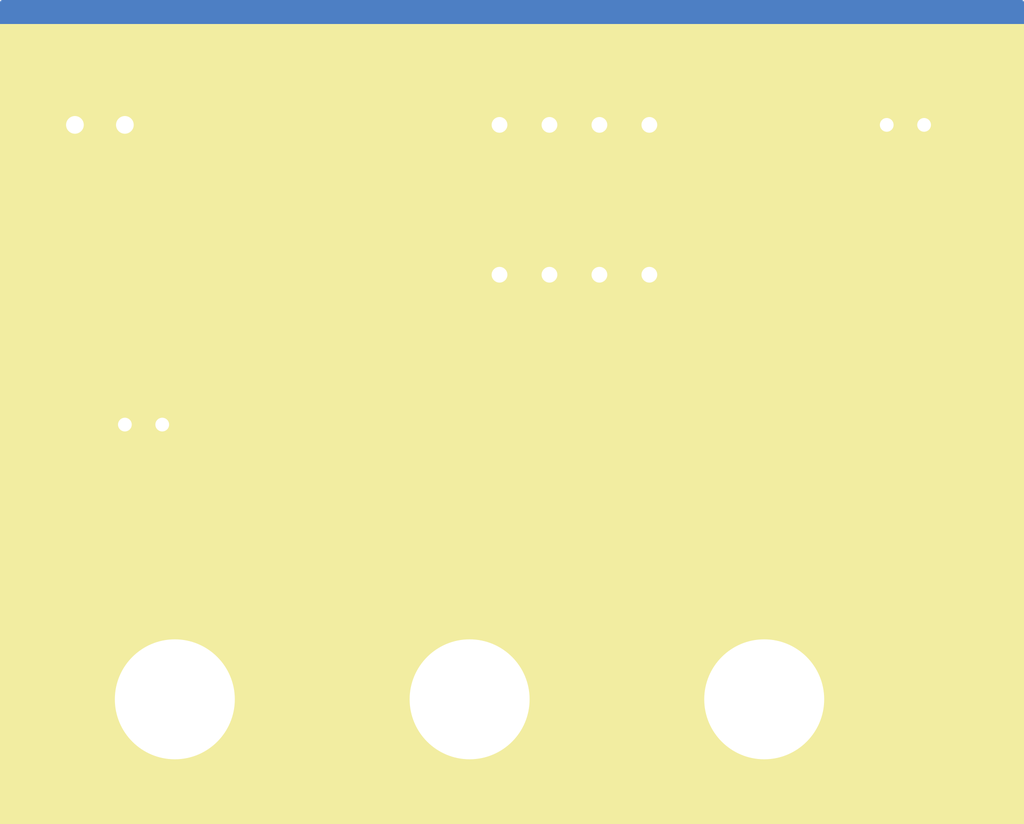
<source format=kicad_pcb>
(kicad_pcb (version 20171130) (host pcbnew 5.1.5+dfsg1-2build2)

  (general
    (thickness 1.6)
    (drawings 1)
    (tracks 21)
    (zones 0)
    (modules 5)
    (nets 11)
  )

  (page A4)
  (title_block
    (title Tutorial1)
  )

  (layers
    (0 F.Cu signal)
    (31 B.Cu signal)
    (32 B.Adhes user)
    (33 F.Adhes user)
    (34 B.Paste user)
    (35 F.Paste user)
    (36 B.SilkS user)
    (37 F.SilkS user hide)
    (38 B.Mask user)
    (39 F.Mask user)
    (40 Dwgs.User user)
    (41 Cmts.User user)
    (42 Eco1.User user)
    (43 Eco2.User user)
    (44 Edge.Cuts user)
    (45 Margin user)
    (46 B.CrtYd user)
    (47 F.CrtYd user)
    (48 B.Fab user)
    (49 F.Fab user)
  )

  (setup
    (last_trace_width 0.25)
    (trace_clearance 0.2)
    (zone_clearance 0.508)
    (zone_45_only no)
    (trace_min 0.25)
    (via_size 0.8)
    (via_drill 0.4)
    (via_min_size 0.4)
    (via_min_drill 0.3)
    (uvia_size 0.3)
    (uvia_drill 0.1)
    (uvias_allowed no)
    (uvia_min_size 0.2)
    (uvia_min_drill 0.1)
    (edge_width 0.05)
    (segment_width 0.2)
    (pcb_text_width 0.3)
    (pcb_text_size 1.5 1.5)
    (mod_edge_width 0.12)
    (mod_text_size 1 1)
    (mod_text_width 0.15)
    (pad_size 1.524 1.524)
    (pad_drill 0.762)
    (pad_to_mask_clearance 0.051)
    (solder_mask_min_width 0.25)
    (aux_axis_origin 0 0)
    (visible_elements FFFFFF7F)
    (pcbplotparams
      (layerselection 0x010fc_ffffffff)
      (usegerberextensions false)
      (usegerberattributes false)
      (usegerberadvancedattributes false)
      (creategerberjobfile false)
      (excludeedgelayer true)
      (linewidth 0.100000)
      (plotframeref false)
      (viasonmask false)
      (mode 1)
      (useauxorigin false)
      (hpglpennumber 1)
      (hpglpenspeed 20)
      (hpglpendiameter 15.000000)
      (psnegative false)
      (psa4output false)
      (plotreference true)
      (plotvalue true)
      (plotinvisibletext false)
      (padsonsilk false)
      (subtractmaskfromsilk false)
      (outputformat 1)
      (mirror false)
      (drillshape 1)
      (scaleselection 1)
      (outputdirectory ""))
  )

  (net 0 "")
  (net 1 /uCtoLED)
  (net 2 /LEDtoR)
  (net 3 VCC)
  (net 4 GND)
  (net 5 /INPUTtoR)
  (net 6 /INPUT)
  (net 7 "Net-(U1-Pad5)")
  (net 8 "Net-(U1-Pad2)")
  (net 9 "Net-(U1-Pad3)")
  (net 10 "Net-(U1-Pad4)")

  (net_class Default "Esta es la clase de red por defecto."
    (clearance 0.2)
    (trace_width 0.25)
    (via_dia 0.8)
    (via_drill 0.4)
    (uvia_dia 0.3)
    (uvia_drill 0.1)
    (add_net /INPUT)
    (add_net /INPUTtoR)
    (add_net /LEDtoR)
    (add_net /uCtoLED)
    (add_net GND)
    (add_net "Net-(U1-Pad2)")
    (add_net "Net-(U1-Pad3)")
    (add_net "Net-(U1-Pad4)")
    (add_net "Net-(U1-Pad5)")
    (add_net VCC)
  )

  (module LED_THT:LED_D5.0mm (layer F.Cu) (tedit 5995936A) (tstamp 626165D7)
    (at 129.54 86.36)
    (descr "LED, diameter 5.0mm, 2 pins, http://cdn-reichelt.de/documents/datenblatt/A500/LL-504BC2E-009.pdf")
    (tags "LED diameter 5.0mm 2 pins")
    (path /6261E38E)
    (fp_text reference D1 (at 1.27 -3.96) (layer F.SilkS)
      (effects (font (size 1 1) (thickness 0.15)))
    )
    (fp_text value LED (at 1.27 3.96) (layer F.Fab)
      (effects (font (size 1 1) (thickness 0.15)))
    )
    (fp_arc (start 1.27 0) (end -1.23 -1.469694) (angle 299.1) (layer F.Fab) (width 0.1))
    (fp_arc (start 1.27 0) (end -1.29 -1.54483) (angle 148.9) (layer F.SilkS) (width 0.12))
    (fp_arc (start 1.27 0) (end -1.29 1.54483) (angle -148.9) (layer F.SilkS) (width 0.12))
    (fp_circle (center 1.27 0) (end 3.77 0) (layer F.Fab) (width 0.1))
    (fp_circle (center 1.27 0) (end 3.77 0) (layer F.SilkS) (width 0.12))
    (fp_line (start -1.23 -1.469694) (end -1.23 1.469694) (layer F.Fab) (width 0.1))
    (fp_line (start -1.29 -1.545) (end -1.29 1.545) (layer F.SilkS) (width 0.12))
    (fp_line (start -1.95 -3.25) (end -1.95 3.25) (layer F.CrtYd) (width 0.05))
    (fp_line (start -1.95 3.25) (end 4.5 3.25) (layer F.CrtYd) (width 0.05))
    (fp_line (start 4.5 3.25) (end 4.5 -3.25) (layer F.CrtYd) (width 0.05))
    (fp_line (start 4.5 -3.25) (end -1.95 -3.25) (layer F.CrtYd) (width 0.05))
    (fp_text user %R (at 1.25 0) (layer F.Fab)
      (effects (font (size 0.8 0.8) (thickness 0.2)))
    )
    (pad 1 thru_hole rect (at 0 0) (size 1.8 1.8) (drill 0.9) (layers *.Cu *.Mask)
      (net 1 /uCtoLED))
    (pad 2 thru_hole circle (at 2.54 0) (size 1.8 1.8) (drill 0.9) (layers *.Cu *.Mask)
      (net 2 /LEDtoR))
    (model ${KISYS3DMOD}/LED_THT.3dshapes/LED_D5.0mm.wrl
      (at (xyz 0 0 0))
      (scale (xyz 1 1 1))
      (rotate (xyz 0 0 0))
    )
  )

  (module Connector:Banana_Jack_3Pin (layer F.Cu) (tedit 5A1AB217) (tstamp 626165ED)
    (at 134.62 115.57)
    (descr "Triple banana socket, footprint - 3 x 6mm drills")
    (tags "banana socket")
    (path /626348D8)
    (fp_text reference J1 (at 7.75 -6.25) (layer F.SilkS)
      (effects (font (size 1 1) (thickness 0.15)))
    )
    (fp_text value MYCONN3 (at 22.5 -6.25) (layer F.Fab)
      (effects (font (size 1 1) (thickness 0.15)))
    )
    (fp_text user %R (at 14.99 0) (layer F.Fab)
      (effects (font (size 0.8 0.8) (thickness 0.12)))
    )
    (fp_line (start 30 5.5) (end 0 5.5) (layer F.CrtYd) (width 0.05))
    (fp_line (start 0 -5.5) (end 30 -5.5) (layer F.CrtYd) (width 0.05))
    (fp_line (start 0 5.25) (end 30 5.25) (layer F.SilkS) (width 0.12))
    (fp_line (start 30 -5.25) (end 0 -5.25) (layer F.SilkS) (width 0.12))
    (fp_circle (center 30 0) (end 30 -2) (layer F.Fab) (width 0.1))
    (fp_circle (center 30 0) (end 30 -4.75) (layer F.Fab) (width 0.1))
    (fp_circle (center 15 0) (end 19.75 0) (layer F.Fab) (width 0.1))
    (fp_circle (center 15 0) (end 17 0) (layer F.Fab) (width 0.1))
    (fp_circle (center 0 0) (end 4.75 0) (layer F.Fab) (width 0.1))
    (fp_circle (center 0 0) (end 2 0) (layer F.Fab) (width 0.1))
    (fp_arc (start 0 0) (end 0 5.5) (angle 180) (layer F.CrtYd) (width 0.05))
    (fp_arc (start 30 0) (end 30 -5.5) (angle 180) (layer F.CrtYd) (width 0.05))
    (fp_arc (start 30 0) (end 30 -5.25) (angle 180) (layer F.SilkS) (width 0.12))
    (fp_arc (start 0 0) (end 0 5.25) (angle 180) (layer F.SilkS) (width 0.12))
    (pad 1 thru_hole circle (at 0 0) (size 10.16 10.16) (drill 6.1) (layers *.Cu *.Mask)
      (net 3 VCC))
    (pad 3 thru_hole circle (at 29.97 0) (size 10.16 10.16) (drill 6.1) (layers *.Cu *.Mask)
      (net 4 GND))
    (pad 2 thru_hole circle (at 14.99 0) (size 10.16 10.16) (drill 6.1) (layers *.Cu *.Mask)
      (net 5 /INPUTtoR))
    (model ${KISYS3DMOD}/Connector.3dshapes/Banana_Jack_3Pin.wrl
      (offset (xyz 14.9999997746626 0 0))
      (scale (xyz 2 2 2))
      (rotate (xyz 0 0 0))
    )
  )

  (module Resistor_THT:R_Axial_DIN0204_L3.6mm_D1.6mm_P1.90mm_Vertical (layer F.Cu) (tedit 5AE5139B) (tstamp 626165FB)
    (at 132.08 101.6)
    (descr "Resistor, Axial_DIN0204 series, Axial, Vertical, pin pitch=1.9mm, 0.167W, length*diameter=3.6*1.6mm^2, http://cdn-reichelt.de/documents/datenblatt/B400/1_4W%23YAG.pdf")
    (tags "Resistor Axial_DIN0204 series Axial Vertical pin pitch 1.9mm 0.167W length 3.6mm diameter 1.6mm")
    (path /6261BE93)
    (fp_text reference R1 (at 0.95 -1.92) (layer F.SilkS)
      (effects (font (size 1 1) (thickness 0.15)))
    )
    (fp_text value 1k (at 0.95 1.92) (layer F.Fab)
      (effects (font (size 1 1) (thickness 0.15)))
    )
    (fp_arc (start 0 0) (end 0.417133 -0.7) (angle -233.92106) (layer F.SilkS) (width 0.12))
    (fp_circle (center 0 0) (end 0.8 0) (layer F.Fab) (width 0.1))
    (fp_line (start 0 0) (end 1.9 0) (layer F.Fab) (width 0.1))
    (fp_line (start -1.05 -1.05) (end -1.05 1.05) (layer F.CrtYd) (width 0.05))
    (fp_line (start -1.05 1.05) (end 2.86 1.05) (layer F.CrtYd) (width 0.05))
    (fp_line (start 2.86 1.05) (end 2.86 -1.05) (layer F.CrtYd) (width 0.05))
    (fp_line (start 2.86 -1.05) (end -1.05 -1.05) (layer F.CrtYd) (width 0.05))
    (fp_text user %R (at 0.95 -1.92) (layer F.Fab)
      (effects (font (size 1 1) (thickness 0.15)))
    )
    (pad 1 thru_hole circle (at 0 0) (size 1.4 1.4) (drill 0.7) (layers *.Cu *.Mask)
      (net 2 /LEDtoR))
    (pad 2 thru_hole oval (at 1.9 0) (size 1.4 1.4) (drill 0.7) (layers *.Cu *.Mask)
      (net 3 VCC))
    (model ${KISYS3DMOD}/Resistor_THT.3dshapes/R_Axial_DIN0204_L3.6mm_D1.6mm_P1.90mm_Vertical.wrl
      (at (xyz 0 0 0))
      (scale (xyz 1 1 1))
      (rotate (xyz 0 0 0))
    )
  )

  (module Resistor_THT:R_Axial_DIN0204_L3.6mm_D1.6mm_P1.90mm_Vertical (layer F.Cu) (tedit 5AE5139B) (tstamp 62616609)
    (at 170.82 86.36)
    (descr "Resistor, Axial_DIN0204 series, Axial, Vertical, pin pitch=1.9mm, 0.167W, length*diameter=3.6*1.6mm^2, http://cdn-reichelt.de/documents/datenblatt/B400/1_4W%23YAG.pdf")
    (tags "Resistor Axial_DIN0204 series Axial Vertical pin pitch 1.9mm 0.167W length 3.6mm diameter 1.6mm")
    (path /6261C216)
    (fp_text reference R2 (at 0.95 -1.92) (layer F.SilkS)
      (effects (font (size 1 1) (thickness 0.15)))
    )
    (fp_text value 100 (at 0.95 1.92) (layer F.Fab)
      (effects (font (size 1 1) (thickness 0.15)))
    )
    (fp_text user %R (at 0.95 -1.92) (layer F.Fab)
      (effects (font (size 1 1) (thickness 0.15)))
    )
    (fp_line (start 2.86 -1.05) (end -1.05 -1.05) (layer F.CrtYd) (width 0.05))
    (fp_line (start 2.86 1.05) (end 2.86 -1.05) (layer F.CrtYd) (width 0.05))
    (fp_line (start -1.05 1.05) (end 2.86 1.05) (layer F.CrtYd) (width 0.05))
    (fp_line (start -1.05 -1.05) (end -1.05 1.05) (layer F.CrtYd) (width 0.05))
    (fp_line (start 0 0) (end 1.9 0) (layer F.Fab) (width 0.1))
    (fp_circle (center 0 0) (end 0.8 0) (layer F.Fab) (width 0.1))
    (fp_arc (start 0 0) (end 0.417133 -0.7) (angle -233.92106) (layer F.SilkS) (width 0.12))
    (pad 2 thru_hole oval (at 1.9 0) (size 1.4 1.4) (drill 0.7) (layers *.Cu *.Mask)
      (net 5 /INPUTtoR))
    (pad 1 thru_hole circle (at 0 0) (size 1.4 1.4) (drill 0.7) (layers *.Cu *.Mask)
      (net 6 /INPUT))
    (model ${KISYS3DMOD}/Resistor_THT.3dshapes/R_Axial_DIN0204_L3.6mm_D1.6mm_P1.90mm_Vertical.wrl
      (at (xyz 0 0 0))
      (scale (xyz 1 1 1))
      (rotate (xyz 0 0 0))
    )
  )

  (module Package_DIP:DIP-8_W7.62mm (layer F.Cu) (tedit 5A02E8C5) (tstamp 62616625)
    (at 151.13 93.98 90)
    (descr "8-lead though-hole mounted DIP package, row spacing 7.62 mm (300 mils)")
    (tags "THT DIP DIL PDIP 2.54mm 7.62mm 300mil")
    (path /6261CBCA)
    (fp_text reference U1 (at 3.81 -2.33 90) (layer F.SilkS)
      (effects (font (size 1 1) (thickness 0.15)))
    )
    (fp_text value PIC12C508A-ISN (at 3.81 9.95 90) (layer F.Fab)
      (effects (font (size 1 1) (thickness 0.15)))
    )
    (fp_arc (start 3.81 -1.33) (end 2.81 -1.33) (angle -180) (layer F.SilkS) (width 0.12))
    (fp_line (start 1.635 -1.27) (end 6.985 -1.27) (layer F.Fab) (width 0.1))
    (fp_line (start 6.985 -1.27) (end 6.985 8.89) (layer F.Fab) (width 0.1))
    (fp_line (start 6.985 8.89) (end 0.635 8.89) (layer F.Fab) (width 0.1))
    (fp_line (start 0.635 8.89) (end 0.635 -0.27) (layer F.Fab) (width 0.1))
    (fp_line (start 0.635 -0.27) (end 1.635 -1.27) (layer F.Fab) (width 0.1))
    (fp_line (start 2.81 -1.33) (end 1.16 -1.33) (layer F.SilkS) (width 0.12))
    (fp_line (start 1.16 -1.33) (end 1.16 8.95) (layer F.SilkS) (width 0.12))
    (fp_line (start 1.16 8.95) (end 6.46 8.95) (layer F.SilkS) (width 0.12))
    (fp_line (start 6.46 8.95) (end 6.46 -1.33) (layer F.SilkS) (width 0.12))
    (fp_line (start 6.46 -1.33) (end 4.81 -1.33) (layer F.SilkS) (width 0.12))
    (fp_line (start -1.1 -1.55) (end -1.1 9.15) (layer F.CrtYd) (width 0.05))
    (fp_line (start -1.1 9.15) (end 8.7 9.15) (layer F.CrtYd) (width 0.05))
    (fp_line (start 8.7 9.15) (end 8.7 -1.55) (layer F.CrtYd) (width 0.05))
    (fp_line (start 8.7 -1.55) (end -1.1 -1.55) (layer F.CrtYd) (width 0.05))
    (fp_text user %R (at 3.81 3.81 90) (layer F.Fab)
      (effects (font (size 1 1) (thickness 0.15)))
    )
    (pad 1 thru_hole rect (at 0 0 90) (size 1.6 1.6) (drill 0.8) (layers *.Cu *.Mask)
      (net 3 VCC))
    (pad 5 thru_hole oval (at 7.62 7.62 90) (size 1.6 1.6) (drill 0.8) (layers *.Cu *.Mask)
      (net 7 "Net-(U1-Pad5)"))
    (pad 2 thru_hole oval (at 0 2.54 90) (size 1.6 1.6) (drill 0.8) (layers *.Cu *.Mask)
      (net 8 "Net-(U1-Pad2)"))
    (pad 6 thru_hole oval (at 7.62 5.08 90) (size 1.6 1.6) (drill 0.8) (layers *.Cu *.Mask)
      (net 6 /INPUT))
    (pad 3 thru_hole oval (at 0 5.08 90) (size 1.6 1.6) (drill 0.8) (layers *.Cu *.Mask)
      (net 9 "Net-(U1-Pad3)"))
    (pad 7 thru_hole oval (at 7.62 2.54 90) (size 1.6 1.6) (drill 0.8) (layers *.Cu *.Mask)
      (net 1 /uCtoLED))
    (pad 4 thru_hole oval (at 0 7.62 90) (size 1.6 1.6) (drill 0.8) (layers *.Cu *.Mask)
      (net 10 "Net-(U1-Pad4)"))
    (pad 8 thru_hole oval (at 7.62 0 90) (size 1.6 1.6) (drill 0.8) (layers *.Cu *.Mask)
      (net 4 GND))
    (model ${KISYS3DMOD}/Package_DIP.3dshapes/DIP-8_W7.62mm.wrl
      (at (xyz 0 0 0))
      (scale (xyz 1 1 1))
      (rotate (xyz 0 0 0))
    )
  )

  (gr_poly (pts (xy 177.8 125.73) (xy 123.19 125.73) (xy 123.19 81.28) (xy 177.8 81.28)) (layer F.SilkS) (width 0.1))

  (segment (start 152.870001 85.560001) (end 153.67 86.36) (width 0.25) (layer F.Cu) (net 1))
  (segment (start 152.444999 85.134999) (end 152.870001 85.560001) (width 0.25) (layer F.Cu) (net 1))
  (segment (start 129.615001 85.134999) (end 152.444999 85.134999) (width 0.25) (layer F.Cu) (net 1))
  (segment (start 129.54 85.21) (end 129.615001 85.134999) (width 0.25) (layer F.Cu) (net 1))
  (segment (start 129.54 86.36) (end 129.54 85.21) (width 0.25) (layer F.Cu) (net 1))
  (segment (start 132.08 101.6) (end 132.08 86.36) (width 0.25) (layer F.Cu) (net 2))
  (segment (start 133.98 114.93) (end 134.62 115.57) (width 0.25) (layer F.Cu) (net 3))
  (segment (start 133.98 101.6) (end 133.98 114.93) (width 0.25) (layer F.Cu) (net 3))
  (segment (start 151.13 95.03) (end 151.13 93.98) (width 0.25) (layer F.Cu) (net 3))
  (segment (start 144.56 101.6) (end 151.13 95.03) (width 0.25) (layer F.Cu) (net 3))
  (segment (start 133.98 101.6) (end 144.56 101.6) (width 0.25) (layer F.Cu) (net 3))
  (segment (start 164.59 115.57) (end 146.05 97.03) (width 0.25) (layer B.Cu) (net 4))
  (segment (start 146.05 91.44) (end 151.13 86.36) (width 0.25) (layer B.Cu) (net 4))
  (segment (start 146.05 97.03) (end 146.05 91.44) (width 0.25) (layer B.Cu) (net 4))
  (segment (start 172.72 92.46) (end 172.72 86.36) (width 0.25) (layer F.Cu) (net 5))
  (segment (start 149.61 115.57) (end 172.72 92.46) (width 0.25) (layer F.Cu) (net 5))
  (segment (start 157.009999 85.560001) (end 156.21 86.36) (width 0.25) (layer F.Cu) (net 6))
  (segment (start 157.335001 85.234999) (end 157.009999 85.560001) (width 0.25) (layer F.Cu) (net 6))
  (segment (start 170.82 85.370051) (end 170.684948 85.234999) (width 0.25) (layer F.Cu) (net 6))
  (segment (start 170.684948 85.234999) (end 157.335001 85.234999) (width 0.25) (layer F.Cu) (net 6))
  (segment (start 170.82 86.36) (end 170.82 85.370051) (width 0.25) (layer F.Cu) (net 6))

  (zone (net 0) (net_name "") (layer B.Cu) (tstamp 62616A4F) (hatch edge 0.508)
    (connect_pads (clearance 0.508))
    (min_thickness 0.254)
    (fill yes (arc_segments 32) (thermal_gap 0.508) (thermal_bridge_width 0.508))
    (polygon
      (pts
        (xy 177.8 121.92) (xy 125.73 121.92) (xy 125.73 80.01) (xy 177.8 80.01)
      )
    )
    (filled_polygon
      (pts
        (xy 177.673 121.793) (xy 125.857 121.793) (xy 125.857 115.007122) (xy 128.905 115.007122) (xy 128.905 116.132878)
        (xy 129.124625 117.237004) (xy 129.555433 118.277067) (xy 130.18087 119.2131) (xy 130.9769 120.00913) (xy 131.912933 120.634567)
        (xy 132.952996 121.065375) (xy 134.057122 121.285) (xy 135.182878 121.285) (xy 136.287004 121.065375) (xy 137.327067 120.634567)
        (xy 138.2631 120.00913) (xy 139.05913 119.2131) (xy 139.684567 118.277067) (xy 140.115375 117.237004) (xy 140.335 116.132878)
        (xy 140.335 115.007122) (xy 143.895 115.007122) (xy 143.895 116.132878) (xy 144.114625 117.237004) (xy 144.545433 118.277067)
        (xy 145.17087 119.2131) (xy 145.9669 120.00913) (xy 146.902933 120.634567) (xy 147.942996 121.065375) (xy 149.047122 121.285)
        (xy 150.172878 121.285) (xy 151.277004 121.065375) (xy 152.317067 120.634567) (xy 153.2531 120.00913) (xy 154.04913 119.2131)
        (xy 154.674567 118.277067) (xy 155.105375 117.237004) (xy 155.325 116.132878) (xy 155.325 115.007122) (xy 155.105375 113.902996)
        (xy 154.674567 112.862933) (xy 154.04913 111.9269) (xy 153.2531 111.13087) (xy 152.317067 110.505433) (xy 151.277004 110.074625)
        (xy 150.172878 109.855) (xy 149.047122 109.855) (xy 147.942996 110.074625) (xy 146.902933 110.505433) (xy 145.9669 111.13087)
        (xy 145.17087 111.9269) (xy 144.545433 112.862933) (xy 144.114625 113.902996) (xy 143.895 115.007122) (xy 140.335 115.007122)
        (xy 140.115375 113.902996) (xy 139.684567 112.862933) (xy 139.05913 111.9269) (xy 138.2631 111.13087) (xy 137.327067 110.505433)
        (xy 136.287004 110.074625) (xy 135.182878 109.855) (xy 134.057122 109.855) (xy 132.952996 110.074625) (xy 131.912933 110.505433)
        (xy 130.9769 111.13087) (xy 130.18087 111.9269) (xy 129.555433 112.862933) (xy 129.124625 113.902996) (xy 128.905 115.007122)
        (xy 125.857 115.007122) (xy 125.857 101.468514) (xy 130.745 101.468514) (xy 130.745 101.731486) (xy 130.796304 101.989405)
        (xy 130.896939 102.232359) (xy 131.043038 102.451013) (xy 131.228987 102.636962) (xy 131.447641 102.783061) (xy 131.690595 102.883696)
        (xy 131.948514 102.935) (xy 132.211486 102.935) (xy 132.469405 102.883696) (xy 132.712359 102.783061) (xy 132.931013 102.636962)
        (xy 133.03 102.537975) (xy 133.128987 102.636962) (xy 133.347641 102.783061) (xy 133.590595 102.883696) (xy 133.848514 102.935)
        (xy 134.111486 102.935) (xy 134.369405 102.883696) (xy 134.612359 102.783061) (xy 134.831013 102.636962) (xy 135.016962 102.451013)
        (xy 135.163061 102.232359) (xy 135.263696 101.989405) (xy 135.315 101.731486) (xy 135.315 101.468514) (xy 135.263696 101.210595)
        (xy 135.163061 100.967641) (xy 135.016962 100.748987) (xy 134.831013 100.563038) (xy 134.612359 100.416939) (xy 134.369405 100.316304)
        (xy 134.111486 100.265) (xy 133.848514 100.265) (xy 133.590595 100.316304) (xy 133.347641 100.416939) (xy 133.128987 100.563038)
        (xy 133.03 100.662025) (xy 132.931013 100.563038) (xy 132.712359 100.416939) (xy 132.469405 100.316304) (xy 132.211486 100.265)
        (xy 131.948514 100.265) (xy 131.690595 100.316304) (xy 131.447641 100.416939) (xy 131.228987 100.563038) (xy 131.043038 100.748987)
        (xy 130.896939 100.967641) (xy 130.796304 101.210595) (xy 130.745 101.468514) (xy 125.857 101.468514) (xy 125.857 91.44)
        (xy 145.286324 91.44) (xy 145.290001 91.477332) (xy 145.29 96.992677) (xy 145.286324 97.03) (xy 145.29 97.067322)
        (xy 145.29 97.067332) (xy 145.300997 97.178985) (xy 145.344454 97.322246) (xy 145.415026 97.454276) (xy 145.454871 97.502826)
        (xy 145.509999 97.570001) (xy 145.539003 97.593804) (xy 160.039209 112.094012) (xy 159.525433 112.862933) (xy 159.094625 113.902996)
        (xy 158.875 115.007122) (xy 158.875 116.132878) (xy 159.094625 117.237004) (xy 159.525433 118.277067) (xy 160.15087 119.2131)
        (xy 160.9469 120.00913) (xy 161.882933 120.634567) (xy 162.922996 121.065375) (xy 164.027122 121.285) (xy 165.152878 121.285)
        (xy 166.257004 121.065375) (xy 167.297067 120.634567) (xy 168.2331 120.00913) (xy 169.02913 119.2131) (xy 169.654567 118.277067)
        (xy 170.085375 117.237004) (xy 170.305 116.132878) (xy 170.305 115.007122) (xy 170.085375 113.902996) (xy 169.654567 112.862933)
        (xy 169.02913 111.9269) (xy 168.2331 111.13087) (xy 167.297067 110.505433) (xy 166.257004 110.074625) (xy 165.152878 109.855)
        (xy 164.027122 109.855) (xy 162.922996 110.074625) (xy 161.882933 110.505433) (xy 161.114012 111.019209) (xy 146.81 96.715199)
        (xy 146.81 93.18) (xy 149.691928 93.18) (xy 149.691928 94.78) (xy 149.704188 94.904482) (xy 149.740498 95.02418)
        (xy 149.799463 95.134494) (xy 149.878815 95.231185) (xy 149.975506 95.310537) (xy 150.08582 95.369502) (xy 150.205518 95.405812)
        (xy 150.33 95.418072) (xy 151.93 95.418072) (xy 152.054482 95.405812) (xy 152.17418 95.369502) (xy 152.284494 95.310537)
        (xy 152.381185 95.231185) (xy 152.460537 95.134494) (xy 152.519502 95.02418) (xy 152.555812 94.904482) (xy 152.556643 94.896039)
        (xy 152.755241 95.094637) (xy 152.990273 95.25168) (xy 153.251426 95.359853) (xy 153.528665 95.415) (xy 153.811335 95.415)
        (xy 154.088574 95.359853) (xy 154.349727 95.25168) (xy 154.584759 95.094637) (xy 154.784637 94.894759) (xy 154.94 94.662241)
        (xy 155.095363 94.894759) (xy 155.295241 95.094637) (xy 155.530273 95.25168) (xy 155.791426 95.359853) (xy 156.068665 95.415)
        (xy 156.351335 95.415) (xy 156.628574 95.359853) (xy 156.889727 95.25168) (xy 157.124759 95.094637) (xy 157.324637 94.894759)
        (xy 157.48 94.662241) (xy 157.635363 94.894759) (xy 157.835241 95.094637) (xy 158.070273 95.25168) (xy 158.331426 95.359853)
        (xy 158.608665 95.415) (xy 158.891335 95.415) (xy 159.168574 95.359853) (xy 159.429727 95.25168) (xy 159.664759 95.094637)
        (xy 159.864637 94.894759) (xy 160.02168 94.659727) (xy 160.129853 94.398574) (xy 160.185 94.121335) (xy 160.185 93.838665)
        (xy 160.129853 93.561426) (xy 160.02168 93.300273) (xy 159.864637 93.065241) (xy 159.664759 92.865363) (xy 159.429727 92.70832)
        (xy 159.168574 92.600147) (xy 158.891335 92.545) (xy 158.608665 92.545) (xy 158.331426 92.600147) (xy 158.070273 92.70832)
        (xy 157.835241 92.865363) (xy 157.635363 93.065241) (xy 157.48 93.297759) (xy 157.324637 93.065241) (xy 157.124759 92.865363)
        (xy 156.889727 92.70832) (xy 156.628574 92.600147) (xy 156.351335 92.545) (xy 156.068665 92.545) (xy 155.791426 92.600147)
        (xy 155.530273 92.70832) (xy 155.295241 92.865363) (xy 155.095363 93.065241) (xy 154.94 93.297759) (xy 154.784637 93.065241)
        (xy 154.584759 92.865363) (xy 154.349727 92.70832) (xy 154.088574 92.600147) (xy 153.811335 92.545) (xy 153.528665 92.545)
        (xy 153.251426 92.600147) (xy 152.990273 92.70832) (xy 152.755241 92.865363) (xy 152.556643 93.063961) (xy 152.555812 93.055518)
        (xy 152.519502 92.93582) (xy 152.460537 92.825506) (xy 152.381185 92.728815) (xy 152.284494 92.649463) (xy 152.17418 92.590498)
        (xy 152.054482 92.554188) (xy 151.93 92.541928) (xy 150.33 92.541928) (xy 150.205518 92.554188) (xy 150.08582 92.590498)
        (xy 149.975506 92.649463) (xy 149.878815 92.728815) (xy 149.799463 92.825506) (xy 149.740498 92.93582) (xy 149.704188 93.055518)
        (xy 149.691928 93.18) (xy 146.81 93.18) (xy 146.81 91.754801) (xy 150.806114 87.758688) (xy 150.988665 87.795)
        (xy 151.271335 87.795) (xy 151.548574 87.739853) (xy 151.809727 87.63168) (xy 152.044759 87.474637) (xy 152.244637 87.274759)
        (xy 152.4 87.042241) (xy 152.555363 87.274759) (xy 152.755241 87.474637) (xy 152.990273 87.63168) (xy 153.251426 87.739853)
        (xy 153.528665 87.795) (xy 153.811335 87.795) (xy 154.088574 87.739853) (xy 154.349727 87.63168) (xy 154.584759 87.474637)
        (xy 154.784637 87.274759) (xy 154.94 87.042241) (xy 155.095363 87.274759) (xy 155.295241 87.474637) (xy 155.530273 87.63168)
        (xy 155.791426 87.739853) (xy 156.068665 87.795) (xy 156.351335 87.795) (xy 156.628574 87.739853) (xy 156.889727 87.63168)
        (xy 157.124759 87.474637) (xy 157.324637 87.274759) (xy 157.48 87.042241) (xy 157.635363 87.274759) (xy 157.835241 87.474637)
        (xy 158.070273 87.63168) (xy 158.331426 87.739853) (xy 158.608665 87.795) (xy 158.891335 87.795) (xy 159.168574 87.739853)
        (xy 159.429727 87.63168) (xy 159.664759 87.474637) (xy 159.864637 87.274759) (xy 160.02168 87.039727) (xy 160.129853 86.778574)
        (xy 160.185 86.501335) (xy 160.185 86.228514) (xy 169.485 86.228514) (xy 169.485 86.491486) (xy 169.536304 86.749405)
        (xy 169.636939 86.992359) (xy 169.783038 87.211013) (xy 169.968987 87.396962) (xy 170.187641 87.543061) (xy 170.430595 87.643696)
        (xy 170.688514 87.695) (xy 170.951486 87.695) (xy 171.209405 87.643696) (xy 171.452359 87.543061) (xy 171.671013 87.396962)
        (xy 171.77 87.297975) (xy 171.868987 87.396962) (xy 172.087641 87.543061) (xy 172.330595 87.643696) (xy 172.588514 87.695)
        (xy 172.851486 87.695) (xy 173.109405 87.643696) (xy 173.352359 87.543061) (xy 173.571013 87.396962) (xy 173.756962 87.211013)
        (xy 173.903061 86.992359) (xy 174.003696 86.749405) (xy 174.055 86.491486) (xy 174.055 86.228514) (xy 174.003696 85.970595)
        (xy 173.903061 85.727641) (xy 173.756962 85.508987) (xy 173.571013 85.323038) (xy 173.352359 85.176939) (xy 173.109405 85.076304)
        (xy 172.851486 85.025) (xy 172.588514 85.025) (xy 172.330595 85.076304) (xy 172.087641 85.176939) (xy 171.868987 85.323038)
        (xy 171.77 85.422025) (xy 171.671013 85.323038) (xy 171.452359 85.176939) (xy 171.209405 85.076304) (xy 170.951486 85.025)
        (xy 170.688514 85.025) (xy 170.430595 85.076304) (xy 170.187641 85.176939) (xy 169.968987 85.323038) (xy 169.783038 85.508987)
        (xy 169.636939 85.727641) (xy 169.536304 85.970595) (xy 169.485 86.228514) (xy 160.185 86.228514) (xy 160.185 86.218665)
        (xy 160.129853 85.941426) (xy 160.02168 85.680273) (xy 159.864637 85.445241) (xy 159.664759 85.245363) (xy 159.429727 85.08832)
        (xy 159.168574 84.980147) (xy 158.891335 84.925) (xy 158.608665 84.925) (xy 158.331426 84.980147) (xy 158.070273 85.08832)
        (xy 157.835241 85.245363) (xy 157.635363 85.445241) (xy 157.48 85.677759) (xy 157.324637 85.445241) (xy 157.124759 85.245363)
        (xy 156.889727 85.08832) (xy 156.628574 84.980147) (xy 156.351335 84.925) (xy 156.068665 84.925) (xy 155.791426 84.980147)
        (xy 155.530273 85.08832) (xy 155.295241 85.245363) (xy 155.095363 85.445241) (xy 154.94 85.677759) (xy 154.784637 85.445241)
        (xy 154.584759 85.245363) (xy 154.349727 85.08832) (xy 154.088574 84.980147) (xy 153.811335 84.925) (xy 153.528665 84.925)
        (xy 153.251426 84.980147) (xy 152.990273 85.08832) (xy 152.755241 85.245363) (xy 152.555363 85.445241) (xy 152.4 85.677759)
        (xy 152.244637 85.445241) (xy 152.044759 85.245363) (xy 151.809727 85.08832) (xy 151.548574 84.980147) (xy 151.271335 84.925)
        (xy 150.988665 84.925) (xy 150.711426 84.980147) (xy 150.450273 85.08832) (xy 150.215241 85.245363) (xy 150.015363 85.445241)
        (xy 149.85832 85.680273) (xy 149.750147 85.941426) (xy 149.695 86.218665) (xy 149.695 86.501335) (xy 149.731312 86.683886)
        (xy 145.538998 90.876201) (xy 145.51 90.899999) (xy 145.486202 90.928997) (xy 145.486201 90.928998) (xy 145.415026 91.015724)
        (xy 145.344454 91.147754) (xy 145.300998 91.291015) (xy 145.286324 91.44) (xy 125.857 91.44) (xy 125.857 85.46)
        (xy 128.001928 85.46) (xy 128.001928 87.26) (xy 128.014188 87.384482) (xy 128.050498 87.50418) (xy 128.109463 87.614494)
        (xy 128.188815 87.711185) (xy 128.285506 87.790537) (xy 128.39582 87.849502) (xy 128.515518 87.885812) (xy 128.64 87.898072)
        (xy 130.44 87.898072) (xy 130.564482 87.885812) (xy 130.68418 87.849502) (xy 130.794494 87.790537) (xy 130.891185 87.711185)
        (xy 130.970537 87.614494) (xy 131.029502 87.50418) (xy 131.035056 87.485873) (xy 131.101495 87.552312) (xy 131.352905 87.720299)
        (xy 131.632257 87.836011) (xy 131.928816 87.895) (xy 132.231184 87.895) (xy 132.527743 87.836011) (xy 132.807095 87.720299)
        (xy 133.058505 87.552312) (xy 133.272312 87.338505) (xy 133.440299 87.087095) (xy 133.556011 86.807743) (xy 133.615 86.511184)
        (xy 133.615 86.208816) (xy 133.556011 85.912257) (xy 133.440299 85.632905) (xy 133.272312 85.381495) (xy 133.058505 85.167688)
        (xy 132.807095 84.999701) (xy 132.527743 84.883989) (xy 132.231184 84.825) (xy 131.928816 84.825) (xy 131.632257 84.883989)
        (xy 131.352905 84.999701) (xy 131.101495 85.167688) (xy 131.035056 85.234127) (xy 131.029502 85.21582) (xy 130.970537 85.105506)
        (xy 130.891185 85.008815) (xy 130.794494 84.929463) (xy 130.68418 84.870498) (xy 130.564482 84.834188) (xy 130.44 84.821928)
        (xy 128.64 84.821928) (xy 128.515518 84.834188) (xy 128.39582 84.870498) (xy 128.285506 84.929463) (xy 128.188815 85.008815)
        (xy 128.109463 85.105506) (xy 128.050498 85.21582) (xy 128.014188 85.335518) (xy 128.001928 85.46) (xy 125.857 85.46)
        (xy 125.857 80.137) (xy 177.673 80.137)
      )
    )
  )
)

</source>
